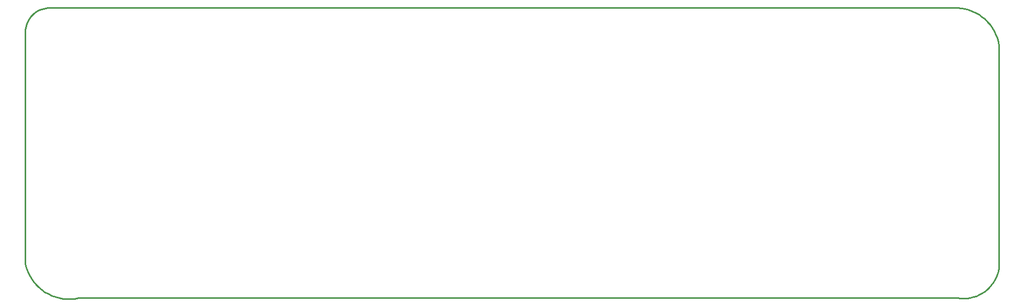
<source format=gbr>
G04 EAGLE Gerber RS-274X export*
G75*
%MOMM*%
%FSLAX34Y34*%
%LPD*%
%IN*%
%IPPOS*%
%AMOC8*
5,1,8,0,0,1.08239X$1,22.5*%
G01*
%ADD10C,0.254000*%


D10*
X0Y68650D02*
X1657Y62450D01*
X3848Y56419D01*
X6556Y50601D01*
X9761Y45042D01*
X13439Y39783D01*
X17560Y34864D01*
X22095Y30324D01*
X27008Y26196D01*
X32262Y22512D01*
X37818Y19300D01*
X43632Y16584D01*
X49661Y14385D01*
X55858Y12720D01*
X62177Y11602D01*
X68569Y11039D01*
X74987Y11035D01*
X81380Y11590D01*
X87700Y12700D01*
X1537700Y12700D01*
X1542889Y12095D01*
X1548112Y11944D01*
X1553327Y12249D01*
X1558496Y13008D01*
X1563580Y14214D01*
X1568539Y15859D01*
X1573335Y17929D01*
X1577933Y20410D01*
X1582298Y23282D01*
X1586395Y26524D01*
X1590194Y30110D01*
X1593666Y34014D01*
X1596785Y38205D01*
X1599527Y42653D01*
X1601870Y47322D01*
X1603798Y52178D01*
X1605295Y57183D01*
X1606350Y62300D01*
X1606350Y417000D01*
X1606353Y423272D01*
X1605810Y429521D01*
X1604724Y435698D01*
X1603104Y441757D01*
X1600962Y447652D01*
X1598315Y453338D01*
X1595182Y458771D01*
X1591587Y463911D01*
X1587558Y468718D01*
X1583125Y473155D01*
X1578323Y477190D01*
X1573187Y480790D01*
X1567757Y483929D01*
X1562074Y486583D01*
X1556182Y488731D01*
X1550124Y490357D01*
X1543948Y491450D01*
X1537700Y492000D01*
X36900Y492000D01*
X33419Y491571D01*
X29989Y490840D01*
X26636Y489813D01*
X23385Y488497D01*
X20261Y486903D01*
X17288Y485043D01*
X14488Y482931D01*
X11883Y480583D01*
X9493Y478017D01*
X7335Y475253D01*
X5426Y472310D01*
X3782Y469213D01*
X2413Y465984D01*
X1331Y462648D01*
X544Y459230D01*
X58Y455757D01*
X-124Y452255D01*
X0Y448750D01*
X0Y68650D01*
M02*

</source>
